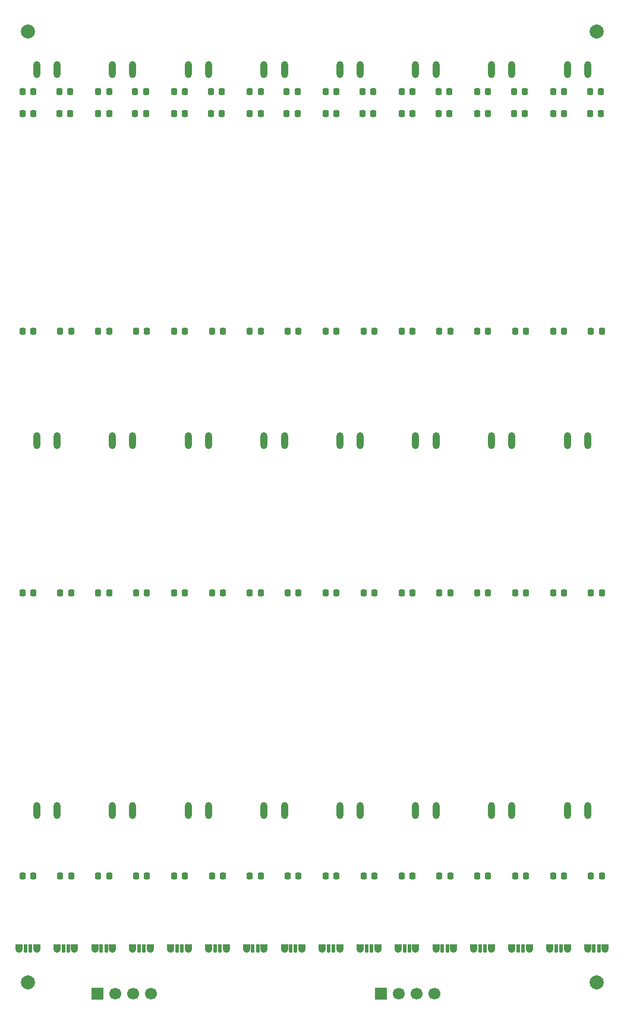
<source format=gbr>
%TF.GenerationSoftware,KiCad,Pcbnew,9.0.3*%
%TF.CreationDate,2025-08-19T12:25:47-04:00*%
%TF.ProjectId,flowstick_led_strip_panel,666c6f77-7374-4696-936b-5f6c65645f73,rev?*%
%TF.SameCoordinates,Original*%
%TF.FileFunction,Soldermask,Bot*%
%TF.FilePolarity,Negative*%
%FSLAX46Y46*%
G04 Gerber Fmt 4.6, Leading zero omitted, Abs format (unit mm)*
G04 Created by KiCad (PCBNEW 9.0.3) date 2025-08-19 12:25:47*
%MOMM*%
%LPD*%
G01*
G04 APERTURE LIST*
G04 Aperture macros list*
%AMRoundRect*
0 Rectangle with rounded corners*
0 $1 Rounding radius*
0 $2 $3 $4 $5 $6 $7 $8 $9 X,Y pos of 4 corners*
0 Add a 4 corners polygon primitive as box body*
4,1,4,$2,$3,$4,$5,$6,$7,$8,$9,$2,$3,0*
0 Add four circle primitives for the rounded corners*
1,1,$1+$1,$2,$3*
1,1,$1+$1,$4,$5*
1,1,$1+$1,$6,$7*
1,1,$1+$1,$8,$9*
0 Add four rect primitives between the rounded corners*
20,1,$1+$1,$2,$3,$4,$5,0*
20,1,$1+$1,$4,$5,$6,$7,0*
20,1,$1+$1,$6,$7,$8,$9,0*
20,1,$1+$1,$8,$9,$2,$3,0*%
%AMFreePoly0*
4,1,16,-0.600000,0.500000,0.100000,0.500000,0.206283,0.488573,0.339624,0.438839,0.453553,0.353553,0.538839,0.239624,0.588573,0.106283,0.600000,0.000000,0.588573,-0.106283,0.538839,-0.239624,0.453553,-0.353553,0.339624,-0.438839,0.206283,-0.488573,0.100000,-0.500000,-0.600000,-0.500000,-0.600000,0.500000,-0.600000,0.500000,$1*%
%AMFreePoly1*
4,1,12,-0.600000,0.250000,0.350000,0.250000,0.445671,0.230970,0.526777,0.176777,0.580970,0.095671,0.600000,0.000000,0.580970,-0.095671,0.526777,-0.176777,0.445671,-0.230970,0.350000,-0.250000,-0.600000,-0.250000,-0.600000,0.250000,-0.600000,0.250000,$1*%
G04 Aperture macros list end*
%ADD10RoundRect,0.225000X-0.225000X-0.250000X0.225000X-0.250000X0.225000X0.250000X-0.225000X0.250000X0*%
%ADD11O,1.000000X2.400000*%
%ADD12RoundRect,0.225000X0.225000X0.250000X-0.225000X0.250000X-0.225000X-0.250000X0.225000X-0.250000X0*%
%ADD13FreePoly0,270.000000*%
%ADD14FreePoly1,270.000000*%
%ADD15C,2.000000*%
%ADD16R,1.700000X1.700000*%
%ADD17C,1.700000*%
G04 APERTURE END LIST*
D10*
%TO.C,C9*%
X123525000Y-34700000D03*
X121975000Y-34700000D03*
%TD*%
%TO.C,C6*%
X123675000Y-143200000D03*
X122125000Y-143200000D03*
%TD*%
D11*
%TO.C,H6*%
X121650000Y-28400000D03*
%TD*%
%TO.C,H4*%
X121650000Y-81250000D03*
%TD*%
D10*
%TO.C,C10*%
X123525000Y-31600000D03*
X121975000Y-31600000D03*
%TD*%
D12*
%TO.C,C3*%
X116725000Y-65700000D03*
X118275000Y-65700000D03*
%TD*%
%TO.C,C4*%
X116725000Y-34700000D03*
X118275000Y-34700000D03*
%TD*%
D11*
%TO.C,H3*%
X118750000Y-81250000D03*
%TD*%
%TO.C,H1*%
X118750000Y-133950000D03*
%TD*%
%TO.C,H5*%
X118750000Y-28400000D03*
%TD*%
D12*
%TO.C,C2*%
X116725000Y-102900000D03*
X118275000Y-102900000D03*
%TD*%
D10*
%TO.C,C7*%
X123675000Y-102900000D03*
X122125000Y-102900000D03*
%TD*%
D13*
%TO.C,J1*%
X118750000Y-153600000D03*
D14*
X117850000Y-153600000D03*
X117150000Y-153600000D03*
D13*
X116250000Y-153600000D03*
%TD*%
D12*
%TO.C,C5*%
X116725000Y-31600000D03*
X118275000Y-31600000D03*
%TD*%
D13*
%TO.C,J2*%
X124150000Y-153600000D03*
D14*
X123250000Y-153600000D03*
X122550000Y-153600000D03*
D13*
X121650000Y-153600000D03*
%TD*%
D12*
%TO.C,C1*%
X116725000Y-143200000D03*
X118275000Y-143200000D03*
%TD*%
D10*
%TO.C,C8*%
X123675000Y-65700000D03*
X122125000Y-65700000D03*
%TD*%
D11*
%TO.C,H2*%
X121650000Y-133950000D03*
%TD*%
D10*
%TO.C,C9*%
X112725000Y-34700000D03*
X111175000Y-34700000D03*
%TD*%
D12*
%TO.C,C1*%
X105925000Y-143200000D03*
X107475000Y-143200000D03*
%TD*%
D10*
%TO.C,C6*%
X112875000Y-143200000D03*
X111325000Y-143200000D03*
%TD*%
D11*
%TO.C,H2*%
X110850000Y-133950000D03*
%TD*%
%TO.C,H6*%
X110850000Y-28400000D03*
%TD*%
%TO.C,H4*%
X110850000Y-81250000D03*
%TD*%
D10*
%TO.C,C10*%
X112725000Y-31600000D03*
X111175000Y-31600000D03*
%TD*%
D12*
%TO.C,C4*%
X105925000Y-34700000D03*
X107475000Y-34700000D03*
%TD*%
%TO.C,C5*%
X105925000Y-31600000D03*
X107475000Y-31600000D03*
%TD*%
D11*
%TO.C,H3*%
X107950000Y-81250000D03*
%TD*%
%TO.C,H1*%
X107950000Y-133950000D03*
%TD*%
D12*
%TO.C,C3*%
X105925000Y-65700000D03*
X107475000Y-65700000D03*
%TD*%
D11*
%TO.C,H5*%
X107950000Y-28400000D03*
%TD*%
D10*
%TO.C,C7*%
X112875000Y-102900000D03*
X111325000Y-102900000D03*
%TD*%
D13*
%TO.C,J1*%
X107950000Y-153600000D03*
D14*
X107050000Y-153600000D03*
X106350000Y-153600000D03*
D13*
X105450000Y-153600000D03*
%TD*%
%TO.C,J2*%
X113350000Y-153600000D03*
D14*
X112450000Y-153600000D03*
X111750000Y-153600000D03*
D13*
X110850000Y-153600000D03*
%TD*%
D10*
%TO.C,C8*%
X112875000Y-65700000D03*
X111325000Y-65700000D03*
%TD*%
D12*
%TO.C,C2*%
X105925000Y-102900000D03*
X107475000Y-102900000D03*
%TD*%
D10*
%TO.C,C9*%
X101925000Y-34700000D03*
X100375000Y-34700000D03*
%TD*%
%TO.C,C6*%
X102075000Y-143200000D03*
X100525000Y-143200000D03*
%TD*%
D11*
%TO.C,H6*%
X100050000Y-28400000D03*
%TD*%
%TO.C,H4*%
X100050000Y-81250000D03*
%TD*%
D10*
%TO.C,C10*%
X101925000Y-31600000D03*
X100375000Y-31600000D03*
%TD*%
D11*
%TO.C,H3*%
X97150000Y-81250000D03*
%TD*%
D12*
%TO.C,C4*%
X95125000Y-34700000D03*
X96675000Y-34700000D03*
%TD*%
D11*
%TO.C,H1*%
X97150000Y-133950000D03*
%TD*%
D12*
%TO.C,C3*%
X95125000Y-65700000D03*
X96675000Y-65700000D03*
%TD*%
%TO.C,C2*%
X95125000Y-102900000D03*
X96675000Y-102900000D03*
%TD*%
D11*
%TO.C,H5*%
X97150000Y-28400000D03*
%TD*%
D10*
%TO.C,C7*%
X102075000Y-102900000D03*
X100525000Y-102900000D03*
%TD*%
D12*
%TO.C,C1*%
X95125000Y-143200000D03*
X96675000Y-143200000D03*
%TD*%
D13*
%TO.C,J1*%
X97150000Y-153600000D03*
D14*
X96250000Y-153600000D03*
X95550000Y-153600000D03*
D13*
X94650000Y-153600000D03*
%TD*%
D12*
%TO.C,C5*%
X95125000Y-31600000D03*
X96675000Y-31600000D03*
%TD*%
D13*
%TO.C,J2*%
X102550000Y-153600000D03*
D14*
X101650000Y-153600000D03*
X100950000Y-153600000D03*
D13*
X100050000Y-153600000D03*
%TD*%
D10*
%TO.C,C8*%
X102075000Y-65700000D03*
X100525000Y-65700000D03*
%TD*%
D11*
%TO.C,H2*%
X100050000Y-133950000D03*
%TD*%
D10*
%TO.C,C9*%
X91125000Y-34700000D03*
X89575000Y-34700000D03*
%TD*%
%TO.C,C6*%
X91275000Y-143200000D03*
X89725000Y-143200000D03*
%TD*%
D11*
%TO.C,H6*%
X89250000Y-28400000D03*
%TD*%
D10*
%TO.C,C8*%
X91275000Y-65700000D03*
X89725000Y-65700000D03*
%TD*%
D11*
%TO.C,H4*%
X89250000Y-81250000D03*
%TD*%
D10*
%TO.C,C10*%
X91125000Y-31600000D03*
X89575000Y-31600000D03*
%TD*%
D12*
%TO.C,C4*%
X84325000Y-34700000D03*
X85875000Y-34700000D03*
%TD*%
D11*
%TO.C,H3*%
X86350000Y-81250000D03*
%TD*%
%TO.C,H1*%
X86350000Y-133950000D03*
%TD*%
D12*
%TO.C,C3*%
X84325000Y-65700000D03*
X85875000Y-65700000D03*
%TD*%
D11*
%TO.C,H5*%
X86350000Y-28400000D03*
%TD*%
D13*
%TO.C,J1*%
X86350000Y-153600000D03*
D14*
X85450000Y-153600000D03*
X84750000Y-153600000D03*
D13*
X83850000Y-153600000D03*
%TD*%
D10*
%TO.C,C7*%
X91275000Y-102900000D03*
X89725000Y-102900000D03*
%TD*%
D12*
%TO.C,C5*%
X84325000Y-31600000D03*
X85875000Y-31600000D03*
%TD*%
D11*
%TO.C,H2*%
X89250000Y-133950000D03*
%TD*%
D13*
%TO.C,J2*%
X91750000Y-153600000D03*
D14*
X90850000Y-153600000D03*
X90150000Y-153600000D03*
D13*
X89250000Y-153600000D03*
%TD*%
D12*
%TO.C,C1*%
X84325000Y-143200000D03*
X85875000Y-143200000D03*
%TD*%
%TO.C,C2*%
X84325000Y-102900000D03*
X85875000Y-102900000D03*
%TD*%
D10*
%TO.C,C9*%
X80325000Y-34700000D03*
X78775000Y-34700000D03*
%TD*%
%TO.C,C6*%
X80475000Y-143200000D03*
X78925000Y-143200000D03*
%TD*%
D11*
%TO.C,H6*%
X78450000Y-28400000D03*
%TD*%
%TO.C,H4*%
X78450000Y-81250000D03*
%TD*%
D10*
%TO.C,C10*%
X80325000Y-31600000D03*
X78775000Y-31600000D03*
%TD*%
D12*
%TO.C,C4*%
X73525000Y-34700000D03*
X75075000Y-34700000D03*
%TD*%
D11*
%TO.C,H3*%
X75550000Y-81250000D03*
%TD*%
D12*
%TO.C,C1*%
X73525000Y-143200000D03*
X75075000Y-143200000D03*
%TD*%
D11*
%TO.C,H1*%
X75550000Y-133950000D03*
%TD*%
D12*
%TO.C,C3*%
X73525000Y-65700000D03*
X75075000Y-65700000D03*
%TD*%
D10*
%TO.C,C7*%
X80475000Y-102900000D03*
X78925000Y-102900000D03*
%TD*%
D11*
%TO.C,H5*%
X75550000Y-28400000D03*
%TD*%
D13*
%TO.C,J1*%
X75550000Y-153600000D03*
D14*
X74650000Y-153600000D03*
X73950000Y-153600000D03*
D13*
X73050000Y-153600000D03*
%TD*%
D12*
%TO.C,C5*%
X73525000Y-31600000D03*
X75075000Y-31600000D03*
%TD*%
D11*
%TO.C,H2*%
X78450000Y-133950000D03*
%TD*%
D13*
%TO.C,J2*%
X80950000Y-153600000D03*
D14*
X80050000Y-153600000D03*
X79350000Y-153600000D03*
D13*
X78450000Y-153600000D03*
%TD*%
D10*
%TO.C,C8*%
X80475000Y-65700000D03*
X78925000Y-65700000D03*
%TD*%
D12*
%TO.C,C2*%
X73525000Y-102900000D03*
X75075000Y-102900000D03*
%TD*%
D10*
%TO.C,C9*%
X69525000Y-34700000D03*
X67975000Y-34700000D03*
%TD*%
%TO.C,C6*%
X69675000Y-143200000D03*
X68125000Y-143200000D03*
%TD*%
D11*
%TO.C,H4*%
X67650000Y-81250000D03*
%TD*%
%TO.C,H6*%
X67650000Y-28400000D03*
%TD*%
%TO.C,H1*%
X64750000Y-133950000D03*
%TD*%
D10*
%TO.C,C10*%
X69525000Y-31600000D03*
X67975000Y-31600000D03*
%TD*%
D12*
%TO.C,C4*%
X62725000Y-34700000D03*
X64275000Y-34700000D03*
%TD*%
D11*
%TO.C,H3*%
X64750000Y-81250000D03*
%TD*%
D12*
%TO.C,C3*%
X62725000Y-65700000D03*
X64275000Y-65700000D03*
%TD*%
D11*
%TO.C,H5*%
X64750000Y-28400000D03*
%TD*%
D13*
%TO.C,J1*%
X64750000Y-153600000D03*
D14*
X63850000Y-153600000D03*
X63150000Y-153600000D03*
D13*
X62250000Y-153600000D03*
%TD*%
D10*
%TO.C,C7*%
X69675000Y-102900000D03*
X68125000Y-102900000D03*
%TD*%
%TO.C,C8*%
X69675000Y-65700000D03*
X68125000Y-65700000D03*
%TD*%
D12*
%TO.C,C1*%
X62725000Y-143200000D03*
X64275000Y-143200000D03*
%TD*%
%TO.C,C5*%
X62725000Y-31600000D03*
X64275000Y-31600000D03*
%TD*%
D13*
%TO.C,J2*%
X70150000Y-153600000D03*
D14*
X69250000Y-153600000D03*
X68550000Y-153600000D03*
D13*
X67650000Y-153600000D03*
%TD*%
D11*
%TO.C,H2*%
X67650000Y-133950000D03*
%TD*%
D12*
%TO.C,C2*%
X62725000Y-102900000D03*
X64275000Y-102900000D03*
%TD*%
D10*
%TO.C,C9*%
X58725000Y-34700000D03*
X57175000Y-34700000D03*
%TD*%
%TO.C,C6*%
X58875000Y-143200000D03*
X57325000Y-143200000D03*
%TD*%
D12*
%TO.C,C3*%
X51925000Y-65700000D03*
X53475000Y-65700000D03*
%TD*%
D11*
%TO.C,H6*%
X56850000Y-28400000D03*
%TD*%
%TO.C,H4*%
X56850000Y-81250000D03*
%TD*%
D10*
%TO.C,C10*%
X58725000Y-31600000D03*
X57175000Y-31600000D03*
%TD*%
D12*
%TO.C,C4*%
X51925000Y-34700000D03*
X53475000Y-34700000D03*
%TD*%
D13*
%TO.C,J2*%
X59350000Y-153600000D03*
D14*
X58450000Y-153600000D03*
X57750000Y-153600000D03*
D13*
X56850000Y-153600000D03*
%TD*%
D11*
%TO.C,H3*%
X53950000Y-81250000D03*
%TD*%
%TO.C,H1*%
X53950000Y-133950000D03*
%TD*%
D12*
%TO.C,C5*%
X51925000Y-31600000D03*
X53475000Y-31600000D03*
%TD*%
D11*
%TO.C,H5*%
X53950000Y-28400000D03*
%TD*%
D10*
%TO.C,C7*%
X58875000Y-102900000D03*
X57325000Y-102900000D03*
%TD*%
D11*
%TO.C,H2*%
X56850000Y-133950000D03*
%TD*%
D13*
%TO.C,J1*%
X53950000Y-153600000D03*
D14*
X53050000Y-153600000D03*
X52350000Y-153600000D03*
D13*
X51450000Y-153600000D03*
%TD*%
D12*
%TO.C,C1*%
X51925000Y-143200000D03*
X53475000Y-143200000D03*
%TD*%
D10*
%TO.C,C8*%
X58875000Y-65700000D03*
X57325000Y-65700000D03*
%TD*%
D12*
%TO.C,C2*%
X51925000Y-102900000D03*
X53475000Y-102900000D03*
%TD*%
D15*
%TO.C,REF\u002A\u002A*%
X52700000Y-23000000D03*
%TD*%
%TO.C,REF\u002A\u002A*%
X133700000Y-23000000D03*
%TD*%
D16*
%TO.C,J3*%
X103000000Y-160000000D03*
D17*
X105540000Y-160000000D03*
X108080000Y-160000000D03*
X110620000Y-160000000D03*
%TD*%
D15*
%TO.C,REF\u002A\u002A*%
X133700000Y-158400000D03*
%TD*%
D16*
%TO.C,J3*%
X62590000Y-160000000D03*
D17*
X65130000Y-160000000D03*
X67670000Y-160000000D03*
X70210000Y-160000000D03*
%TD*%
D15*
%TO.C,REF\u002A\u002A*%
X52700000Y-158400000D03*
%TD*%
D12*
%TO.C,C2*%
X127525000Y-102900000D03*
X129075000Y-102900000D03*
%TD*%
D11*
%TO.C,H2*%
X132450000Y-133950000D03*
%TD*%
D10*
%TO.C,C8*%
X134475000Y-65700000D03*
X132925000Y-65700000D03*
%TD*%
D12*
%TO.C,C1*%
X127525000Y-143200000D03*
X129075000Y-143200000D03*
%TD*%
D13*
%TO.C,J2*%
X134950000Y-153600000D03*
D14*
X134050000Y-153600000D03*
X133350000Y-153600000D03*
D13*
X132450000Y-153600000D03*
%TD*%
D12*
%TO.C,C5*%
X127525000Y-31600000D03*
X129075000Y-31600000D03*
%TD*%
D13*
%TO.C,J1*%
X129550000Y-153600000D03*
D14*
X128650000Y-153600000D03*
X127950000Y-153600000D03*
D13*
X127050000Y-153600000D03*
%TD*%
D10*
%TO.C,C7*%
X134475000Y-102900000D03*
X132925000Y-102900000D03*
%TD*%
D11*
%TO.C,H5*%
X129550000Y-28400000D03*
%TD*%
D12*
%TO.C,C3*%
X127525000Y-65700000D03*
X129075000Y-65700000D03*
%TD*%
D11*
%TO.C,H1*%
X129550000Y-133950000D03*
%TD*%
%TO.C,H3*%
X129550000Y-81250000D03*
%TD*%
D12*
%TO.C,C4*%
X127525000Y-34700000D03*
X129075000Y-34700000D03*
%TD*%
D10*
%TO.C,C10*%
X134325000Y-31600000D03*
X132775000Y-31600000D03*
%TD*%
D11*
%TO.C,H4*%
X132450000Y-81250000D03*
%TD*%
%TO.C,H6*%
X132450000Y-28400000D03*
%TD*%
D10*
%TO.C,C6*%
X134475000Y-143200000D03*
X132925000Y-143200000D03*
%TD*%
%TO.C,C9*%
X134325000Y-34700000D03*
X132775000Y-34700000D03*
%TD*%
M02*

</source>
